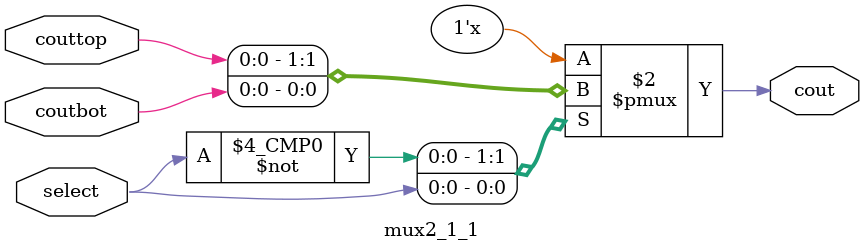
<source format=sv>
module mux2_1_1 (input logic couttop, coutbot, select, output logic cout);

		// 2 bit parallel multiplexer implemented using case statement
		always_comb
		begin
				unique case(select)
						1'b0	:	cout <= couttop;
						1'b1	:	cout <= coutbot;
				endcase
		end
		
		
endmodule 
</source>
